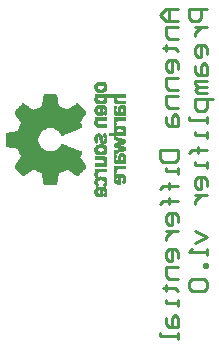
<source format=gbo>
G04 Layer_Color=32896*
%FSLAX25Y25*%
%MOIN*%
G70*
G01*
G75*
%ADD25C,0.01000*%
%ADD36C,0.00200*%
D25*
X102164Y123016D02*
X98165D01*
X96166Y121016D01*
X98165Y119017D01*
X102164D01*
X99165D01*
Y123016D01*
X102164Y117018D02*
X98165D01*
Y114019D01*
X99165Y113019D01*
X102164D01*
X97165Y110020D02*
X98165D01*
Y111020D01*
Y109020D01*
Y110020D01*
X101164D01*
X102164Y109020D01*
Y103022D02*
Y105022D01*
X101164Y106021D01*
X99165D01*
X98165Y105022D01*
Y103022D01*
X99165Y102023D01*
X100164D01*
Y106021D01*
X102164Y100023D02*
X98165D01*
Y97024D01*
X99165Y96025D01*
X102164D01*
Y94025D02*
X98165D01*
Y91026D01*
X99165Y90026D01*
X102164D01*
X98165Y87027D02*
Y85028D01*
X99165Y84028D01*
X102164D01*
Y87027D01*
X101164Y88027D01*
X100164Y87027D01*
Y84028D01*
X96166Y76031D02*
X102164D01*
Y73032D01*
X101164Y72032D01*
X97165D01*
X96166Y73032D01*
Y76031D01*
X102164Y70033D02*
Y68033D01*
Y69033D01*
X98165D01*
Y70033D01*
X102164Y64035D02*
X97165D01*
X99165D01*
Y65035D01*
Y63035D01*
Y64035D01*
X97165D01*
X96166Y63035D01*
X102164Y59036D02*
X97165D01*
X99165D01*
Y60036D01*
Y58037D01*
Y59036D01*
X97165D01*
X96166Y58037D01*
X102164Y52039D02*
Y54038D01*
X101164Y55038D01*
X99165D01*
X98165Y54038D01*
Y52039D01*
X99165Y51039D01*
X100164D01*
Y55038D01*
X98165Y49040D02*
X102164D01*
X100164D01*
X99165Y48040D01*
X98165Y47040D01*
Y46041D01*
X102164Y40043D02*
Y42042D01*
X101164Y43042D01*
X99165D01*
X98165Y42042D01*
Y40043D01*
X99165Y39043D01*
X100164D01*
Y43042D01*
X102164Y37044D02*
X98165D01*
Y34045D01*
X99165Y33045D01*
X102164D01*
X97165Y30046D02*
X98165D01*
Y31045D01*
Y29046D01*
Y30046D01*
X101164D01*
X102164Y29046D01*
Y26047D02*
Y24048D01*
Y25047D01*
X98165D01*
Y26047D01*
Y20049D02*
Y18050D01*
X99165Y17050D01*
X102164D01*
Y20049D01*
X101164Y21049D01*
X100164Y20049D01*
Y17050D01*
X102164Y15051D02*
Y13051D01*
Y14051D01*
X96166D01*
Y15051D01*
X111961Y123016D02*
X105963D01*
Y120017D01*
X106963Y119017D01*
X108962D01*
X109962Y120017D01*
Y123016D01*
X107963Y117018D02*
X111961D01*
X109962D01*
X108962Y116018D01*
X107963Y115018D01*
Y114019D01*
X111961Y108021D02*
Y110020D01*
X110962Y111020D01*
X108962D01*
X107963Y110020D01*
Y108021D01*
X108962Y107021D01*
X109962D01*
Y111020D01*
X107963Y104022D02*
Y102023D01*
X108962Y101023D01*
X111961D01*
Y104022D01*
X110962Y105022D01*
X109962Y104022D01*
Y101023D01*
X111961Y99023D02*
X107963D01*
Y98024D01*
X108962Y97024D01*
X111961D01*
X108962D01*
X107963Y96025D01*
X108962Y95025D01*
X111961D01*
X113961Y93025D02*
X107963D01*
Y90026D01*
X108962Y89027D01*
X110962D01*
X111961Y90026D01*
Y93025D01*
Y87027D02*
Y85028D01*
Y86028D01*
X105963D01*
Y87027D01*
X111961Y82029D02*
Y80030D01*
Y81029D01*
X107963D01*
Y82029D01*
X111961Y76031D02*
X106963D01*
X108962D01*
Y77031D01*
Y75031D01*
Y76031D01*
X106963D01*
X105963Y75031D01*
X111961Y72032D02*
Y70033D01*
Y71033D01*
X107963D01*
Y72032D01*
X111961Y64035D02*
Y66034D01*
X110962Y67034D01*
X108962D01*
X107963Y66034D01*
Y64035D01*
X108962Y63035D01*
X109962D01*
Y67034D01*
X107963Y61036D02*
X111961D01*
X109962D01*
X108962Y60036D01*
X107963Y59036D01*
Y58037D01*
Y49040D02*
X111961Y47040D01*
X107963Y45041D01*
X111961Y43042D02*
Y41042D01*
Y42042D01*
X105963D01*
X106963Y43042D01*
X111961Y38043D02*
X110962D01*
Y37044D01*
X111961D01*
Y38043D01*
X106963Y33045D02*
X105963Y32045D01*
Y30046D01*
X106963Y29046D01*
X110962D01*
X111961Y30046D01*
Y32045D01*
X110962Y33045D01*
X106963D01*
D36*
X84639Y65431D02*
Y67431D01*
Y70031D02*
Y70831D01*
Y71631D02*
Y74431D01*
Y76231D02*
Y77031D01*
Y78631D02*
Y79431D01*
Y81031D02*
Y81831D01*
Y82031D02*
Y83631D01*
Y86031D02*
Y87031D01*
Y87831D02*
Y88631D01*
Y88831D02*
Y90631D01*
Y91631D02*
Y92431D01*
Y93831D02*
Y94831D01*
X84439Y65231D02*
Y67631D01*
Y70031D02*
Y70831D01*
Y71631D02*
Y74631D01*
Y76031D02*
Y77231D01*
Y78431D02*
Y79631D01*
Y81031D02*
Y83831D01*
Y86031D02*
Y87031D01*
Y87831D02*
Y90831D01*
Y91631D02*
Y92431D01*
Y93831D02*
Y94831D01*
X84239Y65031D02*
Y67831D01*
Y70031D02*
Y70831D01*
Y71631D02*
Y74831D01*
Y76031D02*
Y77231D01*
Y78431D02*
Y79631D01*
Y81031D02*
Y84031D01*
Y86031D02*
Y87031D01*
Y87831D02*
Y91031D01*
Y91631D02*
Y92431D01*
Y93831D02*
Y94831D01*
X84039Y65031D02*
Y68031D01*
Y70031D02*
Y70831D01*
Y71631D02*
Y75031D01*
Y76031D02*
Y77231D01*
Y78431D02*
Y79631D01*
Y81031D02*
Y84231D01*
Y86031D02*
Y87031D01*
Y87831D02*
Y91031D01*
Y91631D02*
Y92431D01*
Y93831D02*
Y94831D01*
X83839Y65231D02*
Y66031D01*
Y66831D02*
Y68031D01*
Y70031D02*
Y70831D01*
Y71631D02*
Y72831D01*
Y74031D02*
Y75031D01*
Y75831D02*
Y77431D01*
Y78231D02*
Y79831D01*
Y81031D02*
Y82231D01*
Y83031D02*
Y84231D01*
Y86031D02*
Y87031D01*
Y87831D02*
Y88831D01*
Y90031D02*
Y91031D01*
Y91631D02*
Y92431D01*
Y93831D02*
Y94831D01*
X83639Y65431D02*
Y65631D01*
Y67031D02*
Y68031D01*
Y70031D02*
Y70831D01*
Y71631D02*
Y72631D01*
Y74031D02*
Y75031D01*
Y75831D02*
Y77431D01*
Y78231D02*
Y79831D01*
Y81031D02*
Y82031D01*
Y83231D02*
Y84231D01*
Y86031D02*
Y87031D01*
Y87831D02*
Y88831D01*
Y90231D02*
Y91031D01*
Y91631D02*
Y92431D01*
Y93831D02*
Y94831D01*
X83439Y67231D02*
Y68231D01*
Y70031D02*
Y70831D01*
Y71631D02*
Y72631D01*
Y74031D02*
Y75031D01*
Y75831D02*
Y77431D01*
Y78231D02*
Y79831D01*
Y81031D02*
Y82031D01*
Y83231D02*
Y84231D01*
Y86031D02*
Y87031D01*
Y87831D02*
Y88631D01*
Y90231D02*
Y91031D01*
Y91631D02*
Y92431D01*
Y93831D02*
Y94831D01*
X83239Y67231D02*
Y68231D01*
Y70031D02*
Y70831D01*
Y71631D02*
Y72631D01*
Y74031D02*
Y75031D01*
Y75831D02*
Y77431D01*
Y78231D02*
Y80031D01*
Y81031D02*
Y82031D01*
Y83431D02*
Y84231D01*
Y86031D02*
Y87031D01*
Y87831D02*
Y88631D01*
Y90031D02*
Y91031D01*
Y91631D02*
Y92431D01*
Y93831D02*
Y94831D01*
X83039Y64831D02*
Y68231D01*
Y70031D02*
Y70831D01*
Y71631D02*
Y75031D01*
Y75631D02*
Y76631D01*
Y76831D02*
Y77631D01*
Y78031D02*
Y80031D01*
Y81031D02*
Y82031D01*
Y83431D02*
Y84231D01*
Y86031D02*
Y87031D01*
Y87831D02*
Y91031D01*
Y91631D02*
Y92431D01*
Y93831D02*
Y94831D01*
X82839Y64831D02*
Y68231D01*
Y70031D02*
Y70831D01*
Y71631D02*
Y74831D01*
Y75631D02*
Y76431D01*
Y76831D02*
Y77631D01*
Y78031D02*
Y78831D01*
Y79231D02*
Y80031D01*
Y81031D02*
Y82031D01*
Y83431D02*
Y84231D01*
Y86031D02*
Y87031D01*
Y87831D02*
Y90831D01*
Y91631D02*
Y92431D01*
Y93831D02*
Y94831D01*
X82639Y64831D02*
Y68231D01*
Y70031D02*
Y70831D01*
Y71631D02*
Y74631D01*
Y75631D02*
Y76431D01*
Y76831D02*
Y77631D01*
Y78031D02*
Y78831D01*
Y79231D02*
Y80031D01*
Y81031D02*
Y82031D01*
Y83431D02*
Y84231D01*
Y86031D02*
Y87031D01*
Y87831D02*
Y90631D01*
Y91631D02*
Y92431D01*
Y93831D02*
Y94831D01*
X82439Y64831D02*
Y68231D01*
Y70031D02*
Y70831D01*
Y71631D02*
Y74231D01*
Y75431D02*
Y76431D01*
Y76831D02*
Y78831D01*
Y79231D02*
Y80231D01*
Y81031D02*
Y82031D01*
Y83431D02*
Y84231D01*
Y86031D02*
Y87031D01*
Y87831D02*
Y90431D01*
Y91631D02*
Y92431D01*
Y93831D02*
Y94831D01*
X82239Y64831D02*
Y65831D01*
Y67231D02*
Y68231D01*
Y70031D02*
Y70831D01*
Y71631D02*
Y72631D01*
Y75431D02*
Y76431D01*
Y77031D02*
Y78631D01*
Y79231D02*
Y80231D01*
Y81031D02*
Y82031D01*
Y83431D02*
Y84231D01*
Y86031D02*
Y87031D01*
Y87831D02*
Y88631D01*
Y91631D02*
Y92431D01*
Y93831D02*
Y94831D01*
X82039Y64831D02*
Y65831D01*
Y67231D02*
Y68231D01*
Y69831D02*
Y70831D01*
Y71631D02*
Y72631D01*
Y75431D02*
Y76231D01*
Y77031D02*
Y78631D01*
Y79431D02*
Y80231D01*
Y81031D02*
Y82031D01*
Y83231D02*
Y84231D01*
Y86031D02*
Y87031D01*
Y87831D02*
Y88631D01*
Y91631D02*
Y92631D01*
Y93831D02*
Y94831D01*
X81839Y64831D02*
Y66031D01*
Y67031D02*
Y68031D01*
Y69831D02*
Y70831D01*
Y71631D02*
Y72631D01*
Y75231D02*
Y76231D01*
Y77031D02*
Y78631D01*
Y79431D02*
Y80431D01*
Y81031D02*
Y82231D01*
Y83231D02*
Y84231D01*
Y85831D02*
Y87031D01*
Y87831D02*
Y88831D01*
Y91631D02*
Y92631D01*
Y93631D02*
Y94831D01*
X81639Y65031D02*
Y66231D01*
Y66831D02*
Y68031D01*
Y68631D02*
Y69031D01*
Y69431D02*
Y70831D01*
Y71631D02*
Y72831D01*
Y73831D02*
Y74431D01*
Y75231D02*
Y76231D01*
Y77231D02*
Y78431D01*
Y79431D02*
Y80431D01*
Y81031D02*
Y82431D01*
Y82831D02*
Y84231D01*
Y84631D02*
Y85231D01*
Y85631D02*
Y87031D01*
Y87831D02*
Y89031D01*
Y90031D02*
Y90631D01*
Y91631D02*
Y93031D01*
Y93431D02*
Y94831D01*
X81439Y65031D02*
Y67831D01*
Y68431D02*
Y70831D01*
Y71831D02*
Y74831D01*
Y75231D02*
Y76231D01*
Y77231D02*
Y78431D01*
Y79631D02*
Y80431D01*
Y81031D02*
Y84231D01*
Y84431D02*
Y87031D01*
Y87831D02*
Y90831D01*
Y91631D02*
Y94831D01*
X81239Y65231D02*
Y67831D01*
Y68231D02*
Y70831D01*
Y71831D02*
Y74831D01*
Y75031D02*
Y76031D01*
Y77231D02*
Y78431D01*
Y79631D02*
Y80631D01*
Y81031D02*
Y84031D01*
Y84231D02*
Y87031D01*
Y88031D02*
Y90831D01*
Y91831D02*
Y94831D01*
X81039Y65431D02*
Y67631D01*
Y68231D02*
Y70831D01*
Y72031D02*
Y74631D01*
Y75031D02*
Y76031D01*
Y77431D02*
Y78231D01*
Y79631D02*
Y80631D01*
Y81031D02*
Y83831D01*
Y84231D02*
Y87031D01*
Y88231D02*
Y90631D01*
Y92031D02*
Y94831D01*
X80839Y65631D02*
Y67231D01*
Y68231D02*
Y69831D01*
Y70031D02*
Y70831D01*
Y72231D02*
Y74431D01*
Y75031D02*
Y76031D01*
Y77431D02*
Y78231D01*
Y79631D02*
Y80631D01*
Y81031D02*
Y81831D01*
Y82231D02*
Y83631D01*
Y84431D02*
Y85831D01*
Y86031D02*
Y87031D01*
Y88431D02*
Y90431D01*
Y92231D02*
Y93631D01*
Y93831D02*
Y94831D01*
X80639Y81031D02*
Y81831D01*
Y93831D02*
Y94831D01*
X80439Y81031D02*
Y81831D01*
Y93831D02*
Y94831D01*
X80239Y81031D02*
Y81831D01*
Y93831D02*
Y94831D01*
X80039Y81031D02*
Y81831D01*
Y93831D02*
Y94831D01*
X79839Y81031D02*
Y81831D01*
Y93831D02*
Y94831D01*
X79639Y81031D02*
Y81831D01*
Y93831D02*
Y94831D01*
X79439Y81031D02*
Y81831D01*
Y93831D02*
Y94831D01*
X79239Y81031D02*
Y81831D01*
Y93831D02*
Y94831D01*
X79039Y93831D02*
Y94831D01*
X78839Y93831D02*
Y94831D01*
X78639Y93831D02*
Y94831D01*
X78439Y61231D02*
Y62831D01*
Y64831D02*
Y66231D01*
Y69031D02*
Y69831D01*
Y70631D02*
Y71631D01*
Y71831D02*
Y73231D01*
Y75431D02*
Y77031D01*
Y79031D02*
Y80831D01*
Y83831D02*
Y84831D01*
Y86231D02*
Y87231D01*
Y88431D02*
Y90031D01*
Y92231D02*
Y93631D01*
Y93831D02*
Y94831D01*
Y96431D02*
Y97831D01*
X78239Y60831D02*
Y63231D01*
Y64431D02*
Y66631D01*
Y69031D02*
Y69831D01*
Y70631D02*
Y73631D01*
Y75231D02*
Y77431D01*
Y78831D02*
Y81231D01*
Y83831D02*
Y84831D01*
Y86231D02*
Y87231D01*
Y88231D02*
Y90431D01*
Y92031D02*
Y94831D01*
Y96031D02*
Y98231D01*
X78039Y60631D02*
Y63431D01*
Y64231D02*
Y66831D01*
Y69031D02*
Y69831D01*
Y70631D02*
Y73831D01*
Y75031D02*
Y77631D01*
Y78631D02*
Y81631D01*
Y83831D02*
Y84831D01*
Y86231D02*
Y87231D01*
Y87831D02*
Y90631D01*
Y91831D02*
Y94831D01*
Y95831D02*
Y98431D01*
X77839Y60631D02*
Y63631D01*
Y64031D02*
Y67031D01*
Y69031D02*
Y69831D01*
Y70631D02*
Y73831D01*
Y74831D02*
Y77631D01*
Y78431D02*
Y81831D01*
Y83831D02*
Y84831D01*
Y86231D02*
Y87231D01*
Y87831D02*
Y90831D01*
Y91631D02*
Y94831D01*
Y95631D02*
Y98631D01*
X77639Y60831D02*
Y61831D01*
Y62431D02*
Y63631D01*
Y64231D02*
Y65231D01*
Y65631D02*
Y67031D01*
Y69031D02*
Y69831D01*
Y70631D02*
Y72231D01*
Y72431D02*
Y74031D01*
Y74631D02*
Y76031D01*
Y76431D02*
Y77831D01*
Y78431D02*
Y79631D01*
Y80431D02*
Y81631D01*
Y83831D02*
Y84831D01*
Y86231D02*
Y87231D01*
Y88031D02*
Y89031D01*
Y89631D02*
Y91031D01*
Y91631D02*
Y93031D01*
Y93431D02*
Y94831D01*
Y95631D02*
Y97031D01*
Y97231D02*
Y98631D01*
X77439Y61031D02*
Y61431D01*
Y62831D02*
Y63831D01*
Y64431D02*
Y64831D01*
Y66031D02*
Y67231D01*
Y69031D02*
Y69831D01*
Y70631D02*
Y71831D01*
Y72831D02*
Y74031D01*
Y74631D02*
Y75831D01*
Y76831D02*
Y77831D01*
Y78231D02*
Y79231D01*
Y80831D02*
Y81431D01*
Y83831D02*
Y84831D01*
Y86231D02*
Y87231D01*
Y88231D02*
Y88631D01*
Y90031D02*
Y91031D01*
Y91631D02*
Y92631D01*
Y93631D02*
Y94831D01*
Y95431D02*
Y96631D01*
Y97631D02*
Y98631D01*
X77239Y62831D02*
Y63831D01*
Y66231D02*
Y67231D01*
Y69031D02*
Y69831D01*
Y70631D02*
Y71631D01*
Y73031D02*
Y74031D01*
Y74631D02*
Y75631D01*
Y76831D02*
Y77831D01*
Y78231D02*
Y79231D01*
Y81031D02*
Y81231D01*
Y83831D02*
Y84831D01*
Y86231D02*
Y87231D01*
Y90031D02*
Y91031D01*
Y91631D02*
Y92631D01*
Y93831D02*
Y94831D01*
Y95431D02*
Y96431D01*
Y97831D02*
Y98831D01*
X77039Y63031D02*
Y63831D01*
Y66231D02*
Y67231D01*
Y69031D02*
Y69831D01*
Y70631D02*
Y71631D01*
Y73031D02*
Y74031D01*
Y74631D02*
Y75631D01*
Y77031D02*
Y78031D01*
Y78231D02*
Y79431D01*
Y83831D02*
Y84831D01*
Y86231D02*
Y87231D01*
Y90231D02*
Y91031D01*
Y91631D02*
Y92431D01*
Y93831D02*
Y94831D01*
Y95431D02*
Y96431D01*
Y97831D02*
Y98831D01*
X76839Y60631D02*
Y63831D01*
Y66431D02*
Y67231D01*
Y69031D02*
Y69831D01*
Y70631D02*
Y71631D01*
Y73031D02*
Y74031D01*
Y74631D02*
Y75431D01*
Y77031D02*
Y78031D01*
Y78431D02*
Y80631D01*
Y83831D02*
Y84831D01*
Y86231D02*
Y87231D01*
Y87831D02*
Y91031D01*
Y91631D02*
Y92431D01*
Y93831D02*
Y94831D01*
Y95431D02*
Y96431D01*
Y97831D02*
Y98831D01*
X76639Y60631D02*
Y63831D01*
Y66431D02*
Y67231D01*
Y69031D02*
Y69831D01*
Y70631D02*
Y71631D01*
Y73031D02*
Y74031D01*
Y74631D02*
Y75431D01*
Y77031D02*
Y78031D01*
Y78431D02*
Y81031D01*
Y83831D02*
Y84831D01*
Y86231D02*
Y87231D01*
Y87831D02*
Y91031D01*
Y91631D02*
Y92431D01*
Y93831D02*
Y94831D01*
Y95431D02*
Y96231D01*
Y97831D02*
Y98831D01*
X76439Y60631D02*
Y63831D01*
Y66431D02*
Y67431D01*
Y69031D02*
Y69831D01*
Y70631D02*
Y71631D01*
Y73031D02*
Y74031D01*
Y74631D02*
Y75431D01*
Y77031D02*
Y78031D01*
Y78631D02*
Y81231D01*
Y83831D02*
Y84831D01*
Y86231D02*
Y87231D01*
Y87831D02*
Y91031D01*
Y91631D02*
Y92431D01*
Y93831D02*
Y94831D01*
Y95431D02*
Y96231D01*
Y97831D02*
Y98831D01*
X76239Y60631D02*
Y63831D01*
Y66431D02*
Y67231D01*
Y69031D02*
Y69831D01*
Y70631D02*
Y71631D01*
Y73031D02*
Y74031D01*
Y74631D02*
Y75431D01*
Y77031D02*
Y78031D01*
Y78831D02*
Y81431D01*
Y83831D02*
Y84831D01*
Y86231D02*
Y87231D01*
Y87831D02*
Y91031D01*
Y91631D02*
Y92431D01*
Y93831D02*
Y94831D01*
Y95431D02*
Y96231D01*
Y97831D02*
Y98831D01*
X76039Y60631D02*
Y61431D01*
Y63031D02*
Y63831D01*
Y66431D02*
Y67231D01*
Y69031D02*
Y69831D01*
Y70631D02*
Y71631D01*
Y73031D02*
Y74031D01*
Y74631D02*
Y75431D01*
Y77031D02*
Y78031D01*
Y79631D02*
Y81431D01*
Y83831D02*
Y84831D01*
Y86231D02*
Y87231D01*
Y87831D02*
Y88631D01*
Y90231D02*
Y91031D01*
Y91631D02*
Y92431D01*
Y93831D02*
Y94831D01*
Y95431D02*
Y96431D01*
Y97831D02*
Y98831D01*
X75839Y60631D02*
Y61431D01*
Y63031D02*
Y63831D01*
Y66231D02*
Y67231D01*
Y69031D02*
Y69831D01*
Y70631D02*
Y71631D01*
Y73031D02*
Y74031D01*
Y74631D02*
Y75631D01*
Y77031D02*
Y78031D01*
Y80631D02*
Y81631D01*
Y83831D02*
Y84831D01*
Y86231D02*
Y87231D01*
Y87831D02*
Y88631D01*
Y90231D02*
Y91031D01*
Y91631D02*
Y92631D01*
Y93831D02*
Y94831D01*
Y95431D02*
Y96431D01*
Y97831D02*
Y98831D01*
X75639Y60631D02*
Y61631D01*
Y62831D02*
Y63831D01*
Y64431D02*
Y64831D01*
Y66231D02*
Y67231D01*
Y68831D02*
Y69831D01*
Y70631D02*
Y71631D01*
Y73031D02*
Y74031D01*
Y74631D02*
Y75631D01*
Y76831D02*
Y77831D01*
Y80631D02*
Y81631D01*
Y83831D02*
Y84831D01*
Y86031D02*
Y87231D01*
Y87831D02*
Y88831D01*
Y90031D02*
Y91031D01*
Y91631D02*
Y92631D01*
Y93831D02*
Y94831D01*
Y95431D02*
Y96431D01*
Y97631D02*
Y98631D01*
X75439Y60631D02*
Y61831D01*
Y62631D02*
Y63831D01*
Y64231D02*
Y65031D01*
Y65831D02*
Y67231D01*
Y67631D02*
Y68031D01*
Y68631D02*
Y69831D01*
Y70631D02*
Y71631D01*
Y73031D02*
Y74031D01*
Y74631D02*
Y75831D01*
Y76631D02*
Y77831D01*
Y78631D02*
Y79431D01*
Y80431D02*
Y81431D01*
Y83831D02*
Y85031D01*
Y85831D02*
Y87231D01*
Y87831D02*
Y89031D01*
Y89831D02*
Y91031D01*
Y91631D02*
Y92831D01*
Y93631D02*
Y94831D01*
Y95431D02*
Y96631D01*
Y97431D02*
Y98631D01*
X75239Y60631D02*
Y63631D01*
Y64031D02*
Y67031D01*
Y67431D02*
Y69831D01*
Y70631D02*
Y71631D01*
Y73031D02*
Y74031D01*
Y74831D02*
Y77831D01*
Y78631D02*
Y81431D01*
Y84031D02*
Y87231D01*
Y88031D02*
Y90831D01*
Y91631D02*
Y94831D01*
Y95631D02*
Y98631D01*
X75039Y60831D02*
Y63631D01*
Y64031D02*
Y66831D01*
Y67231D02*
Y69831D01*
Y70631D02*
Y71631D01*
Y73031D02*
Y74031D01*
Y74831D02*
Y77631D01*
Y78431D02*
Y81431D01*
Y84031D02*
Y87231D01*
Y88031D02*
Y90831D01*
Y91831D02*
Y94831D01*
Y95631D02*
Y98431D01*
X74839Y61031D02*
Y63431D01*
Y64231D02*
Y66831D01*
Y67231D02*
Y69831D01*
Y70631D02*
Y71631D01*
Y73031D02*
Y74031D01*
Y75031D02*
Y77431D01*
Y78431D02*
Y81231D01*
Y84231D02*
Y87231D01*
Y88231D02*
Y90631D01*
Y91831D02*
Y94831D01*
Y95831D02*
Y98231D01*
X74639Y61231D02*
Y63231D01*
Y64631D02*
Y66431D01*
Y67231D02*
Y68831D01*
Y69031D02*
Y69831D01*
Y70631D02*
Y71631D01*
Y73031D02*
Y74031D01*
Y75231D02*
Y77231D01*
Y78831D02*
Y81031D01*
Y84431D02*
Y86031D01*
Y86231D02*
Y87231D01*
Y88431D02*
Y90431D01*
Y92031D02*
Y94831D01*
Y96231D02*
Y98031D01*
X74439Y61831D02*
Y62631D01*
Y65031D02*
Y65831D01*
Y67631D02*
Y68431D01*
Y75831D02*
Y76631D01*
Y79431D02*
Y80431D01*
Y84831D02*
Y85631D01*
Y89031D02*
Y89831D01*
Y92631D02*
Y93431D01*
Y96631D02*
Y97631D01*
X71439Y70431D02*
Y70831D01*
Y88431D02*
Y88831D01*
X71239Y70231D02*
Y71031D01*
Y88231D02*
Y89031D01*
X71039Y70031D02*
Y71431D01*
Y87831D02*
Y89231D01*
X70839Y69831D02*
Y71631D01*
Y87631D02*
Y89431D01*
X70639Y69631D02*
Y72031D01*
Y87431D02*
Y89631D01*
X70439Y69431D02*
Y72231D01*
Y87031D02*
Y89831D01*
X70239Y69231D02*
Y72631D01*
Y86831D02*
Y90031D01*
X70039Y69031D02*
Y72831D01*
Y75031D02*
Y75431D01*
Y83831D02*
Y84431D01*
Y86431D02*
Y90231D01*
X69839Y68831D02*
Y73231D01*
Y74631D02*
Y75631D01*
Y83831D02*
Y84831D01*
Y86231D02*
Y90431D01*
X69639Y68631D02*
Y73431D01*
Y74231D02*
Y75631D01*
Y83631D02*
Y85031D01*
Y85831D02*
Y90631D01*
X69439Y68431D02*
Y75631D01*
Y83631D02*
Y90831D01*
X69239Y68231D02*
Y75831D01*
Y83431D02*
Y91031D01*
X69039Y68031D02*
Y75831D01*
Y83431D02*
Y91231D01*
X68839Y67831D02*
Y76031D01*
Y83431D02*
Y91431D01*
X68639Y67631D02*
Y76031D01*
Y83231D02*
Y91631D01*
X68439Y67831D02*
Y76231D01*
Y83231D02*
Y91631D01*
X68239Y67831D02*
Y76231D01*
Y83031D02*
Y91431D01*
X68039Y68031D02*
Y76231D01*
Y83031D02*
Y91231D01*
X67839Y68231D02*
Y76431D01*
Y82831D02*
Y91231D01*
X67639Y68231D02*
Y76431D01*
Y82831D02*
Y91031D01*
X67439Y68431D02*
Y76631D01*
Y82831D02*
Y90831D01*
X67239Y68631D02*
Y76631D01*
Y82631D02*
Y90831D01*
X67039Y68631D02*
Y76631D01*
Y82631D02*
Y90631D01*
X66839Y68831D02*
Y76831D01*
Y82431D02*
Y90431D01*
X66639Y69031D02*
Y76831D01*
Y82431D02*
Y90431D01*
X66439Y69031D02*
Y77031D01*
Y82431D02*
Y90231D01*
X66239Y69231D02*
Y77031D01*
Y82231D02*
Y90031D01*
X66039Y69431D02*
Y77231D01*
Y82231D02*
Y90031D01*
X65839Y69431D02*
Y77231D01*
Y82031D02*
Y89831D01*
X65639Y69631D02*
Y77231D01*
Y82031D02*
Y89631D01*
X65439Y69831D02*
Y77431D01*
Y81831D02*
Y89631D01*
X65239Y69831D02*
Y77431D01*
Y81831D02*
Y89631D01*
X65039Y69631D02*
Y77631D01*
Y81831D02*
Y89631D01*
X64839Y69631D02*
Y77631D01*
Y81631D02*
Y89631D01*
X64639Y69431D02*
Y77631D01*
Y81631D02*
Y89831D01*
X64439Y69431D02*
Y77831D01*
Y81431D02*
Y89831D01*
X64239Y69431D02*
Y77831D01*
Y81431D02*
Y90031D01*
X64039Y69231D02*
Y78031D01*
Y81431D02*
Y90031D01*
X63839Y69231D02*
Y78031D01*
Y81231D02*
Y90031D01*
X63639Y69031D02*
Y78031D01*
Y81231D02*
Y90231D01*
X63439Y69031D02*
Y78031D01*
Y81231D02*
Y90231D01*
X63239Y69031D02*
Y77831D01*
Y81431D02*
Y90431D01*
X63039Y68831D02*
Y77431D01*
Y81831D02*
Y90431D01*
X62839Y68831D02*
Y77231D01*
Y82031D02*
Y90431D01*
X62639Y68631D02*
Y77031D01*
Y82231D02*
Y90631D01*
X62439Y68631D02*
Y76831D01*
Y82631D02*
Y90631D01*
X62239Y67831D02*
Y76631D01*
Y82631D02*
Y91431D01*
X62039Y66631D02*
Y76431D01*
Y82831D02*
Y92631D01*
X61839Y65631D02*
Y76231D01*
Y83031D02*
Y93631D01*
X61639Y64831D02*
Y76231D01*
Y83231D02*
Y94431D01*
X61439Y64831D02*
Y76031D01*
Y83231D02*
Y94631D01*
X61239Y64831D02*
Y76031D01*
Y83431D02*
Y94631D01*
X61039Y64831D02*
Y75831D01*
Y83431D02*
Y94631D01*
X60839Y64831D02*
Y75831D01*
Y83431D02*
Y94631D01*
X60639Y64831D02*
Y75831D01*
Y83631D02*
Y94631D01*
X60439Y64831D02*
Y75631D01*
Y83631D02*
Y94631D01*
X60239Y64831D02*
Y75631D01*
Y83631D02*
Y94631D01*
X60039Y64831D02*
Y75631D01*
Y83631D02*
Y94631D01*
X59839Y64831D02*
Y75631D01*
Y83631D02*
Y94631D01*
X59639Y64831D02*
Y75631D01*
Y83631D02*
Y94631D01*
X59439Y64831D02*
Y75631D01*
Y83631D02*
Y94631D01*
X59239Y64831D02*
Y75631D01*
Y83631D02*
Y94631D01*
X59039Y64831D02*
Y75631D01*
Y83631D02*
Y94631D01*
X58839Y64831D02*
Y75631D01*
Y83631D02*
Y94631D01*
X58639Y64831D02*
Y75631D01*
Y83631D02*
Y94631D01*
X58439Y64831D02*
Y75831D01*
Y83631D02*
Y94631D01*
X58239Y64831D02*
Y75831D01*
Y83431D02*
Y94631D01*
X58039Y64831D02*
Y75831D01*
Y83431D02*
Y94631D01*
X57839Y64831D02*
Y76031D01*
Y83231D02*
Y94631D01*
X57639Y64831D02*
Y76031D01*
Y83231D02*
Y94631D01*
X57439Y65031D02*
Y76231D01*
Y83031D02*
Y94231D01*
X57239Y66031D02*
Y76431D01*
Y83031D02*
Y93231D01*
X57039Y67231D02*
Y76431D01*
Y82831D02*
Y92031D01*
X56839Y68231D02*
Y76631D01*
Y82631D02*
Y91031D01*
X56639Y68831D02*
Y76831D01*
Y82431D02*
Y90631D01*
X56439Y68831D02*
Y77231D01*
Y82231D02*
Y90431D01*
X56239Y68831D02*
Y77431D01*
Y81831D02*
Y90431D01*
X56039Y69031D02*
Y77831D01*
Y81631D02*
Y90231D01*
X55839Y69031D02*
Y78231D01*
Y81231D02*
Y90231D01*
X55639Y69231D02*
Y78831D01*
Y80431D02*
Y90231D01*
X55439Y69231D02*
Y90031D01*
X55239Y69431D02*
Y90031D01*
X55039Y69431D02*
Y89831D01*
X54839Y69431D02*
Y89831D01*
X54639Y69631D02*
Y89631D01*
X54439Y69631D02*
Y89631D01*
X54239Y69831D02*
Y89631D01*
X54039Y69831D02*
Y89431D01*
X53839Y69831D02*
Y89431D01*
X53639Y69631D02*
Y89631D01*
X53439Y69631D02*
Y89631D01*
X53239Y69431D02*
Y89831D01*
X53039Y69231D02*
Y90031D01*
X52839Y69231D02*
Y90231D01*
X52639Y69031D02*
Y90231D01*
X52439Y68831D02*
Y90431D01*
X52239Y68831D02*
Y90631D01*
X52039Y68631D02*
Y90631D01*
X51839Y68431D02*
Y90831D01*
X51639Y68431D02*
Y91031D01*
X51439Y68231D02*
Y91031D01*
X51239Y68031D02*
Y91231D01*
X51039Y68031D02*
Y91431D01*
X50839Y67831D02*
Y91431D01*
X50639Y67631D02*
Y91631D01*
X50439Y67831D02*
Y91631D01*
X50239Y67831D02*
Y91431D01*
X50039Y68031D02*
Y91231D01*
X49839Y68231D02*
Y73831D01*
Y74231D02*
Y85031D01*
Y85431D02*
Y91031D01*
X49639Y68431D02*
Y73631D01*
Y74831D02*
Y84631D01*
Y85631D02*
Y90831D01*
X49439Y68631D02*
Y73231D01*
Y75231D02*
Y84031D01*
Y86031D02*
Y90631D01*
X49239Y68831D02*
Y73031D01*
Y75631D02*
Y83631D01*
Y86231D02*
Y90431D01*
X49039Y69031D02*
Y72631D01*
Y76231D02*
Y83031D01*
Y86631D02*
Y90231D01*
X48839Y69231D02*
Y72431D01*
Y76631D02*
Y82631D01*
Y86831D02*
Y90031D01*
X48639Y69431D02*
Y72031D01*
Y76831D02*
Y82431D01*
Y87231D02*
Y89831D01*
X48439Y69631D02*
Y71831D01*
Y76831D02*
Y82431D01*
Y87431D02*
Y89631D01*
X48239Y69831D02*
Y71631D01*
Y76831D02*
Y82431D01*
Y87831D02*
Y89431D01*
X48039Y70031D02*
Y71231D01*
Y77031D02*
Y82431D01*
Y88031D02*
Y89231D01*
X47839Y70231D02*
Y71031D01*
Y77031D02*
Y82231D01*
Y88431D02*
Y89031D01*
X47639Y77031D02*
Y82231D01*
X47439Y77031D02*
Y82231D01*
X47239Y77031D02*
Y82231D01*
X47039Y77231D02*
Y82231D01*
X46839Y77231D02*
Y82231D01*
X46639Y77231D02*
Y82031D01*
X46439Y77231D02*
Y82031D01*
X46239Y77231D02*
Y82031D01*
X46039Y77231D02*
Y82031D01*
X45839Y77431D02*
Y82031D01*
X45639Y77431D02*
Y81831D01*
X45439Y77431D02*
Y81831D01*
X45239Y77431D02*
Y81831D01*
X45039Y77431D02*
Y81831D01*
X44839Y77631D02*
Y81831D01*
M02*

</source>
